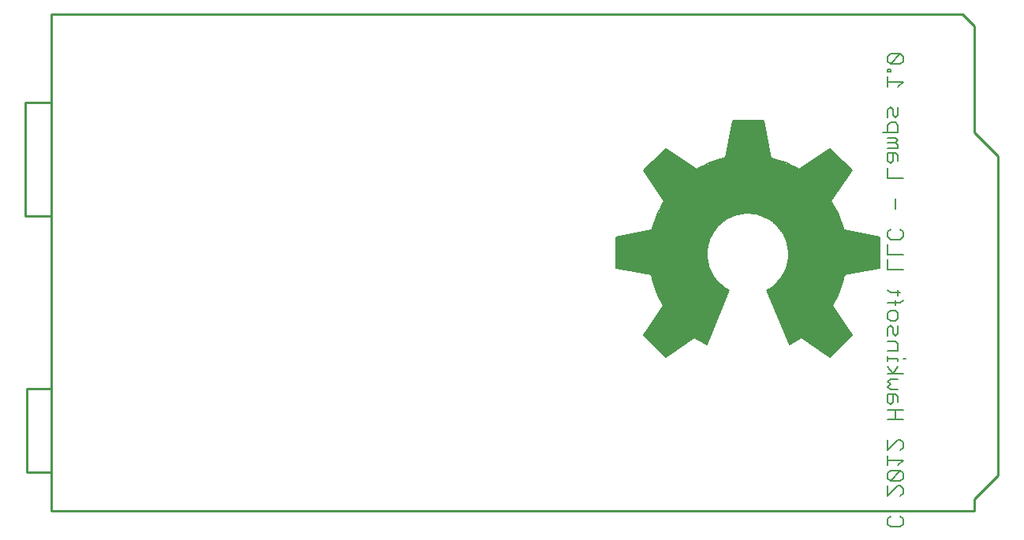
<source format=gbo>
G75*
G70*
%OFA0B0*%
%FSLAX24Y24*%
%IPPOS*%
%LPD*%
%AMOC8*
5,1,8,0,0,1.08239X$1,22.5*
%
%ADD10C,0.0060*%
%ADD11C,0.0100*%
%ADD12C,0.0080*%
D10*
X030813Y019930D02*
X032283Y019660D01*
X032803Y018290D01*
X031983Y017080D01*
X032873Y016190D01*
X034093Y017040D01*
X034603Y016720D01*
X035523Y018960D01*
X034953Y019380D01*
X034573Y020210D01*
X034653Y021110D01*
X035243Y021930D01*
X035253Y021920D01*
X036043Y022270D01*
X036643Y022280D01*
X036643Y022260D01*
X037433Y021910D01*
X038003Y021190D01*
X038123Y020260D01*
X037793Y019450D01*
X037223Y018950D01*
X038133Y016730D01*
X038643Y017020D01*
X039833Y016190D01*
X040713Y017090D01*
X039893Y018320D01*
X040463Y019670D01*
X041913Y019940D01*
X041893Y021210D01*
X040413Y021490D01*
X039833Y022800D01*
X040713Y024050D01*
X039833Y024930D01*
X038543Y024060D01*
X037283Y024570D01*
X036993Y026120D01*
X035703Y026110D01*
X035423Y024590D01*
X034183Y024060D01*
X032873Y024930D01*
X031983Y024040D01*
X032863Y022740D01*
X032343Y021620D01*
X032303Y021470D01*
X030823Y021200D01*
X030813Y019930D01*
X030814Y019972D02*
X034682Y019972D01*
X034656Y020030D02*
X030814Y020030D01*
X030815Y020089D02*
X034629Y020089D01*
X034602Y020147D02*
X030815Y020147D01*
X030816Y020206D02*
X034575Y020206D01*
X034578Y020264D02*
X030816Y020264D01*
X030816Y020323D02*
X034583Y020323D01*
X034589Y020381D02*
X030817Y020381D01*
X030817Y020440D02*
X034594Y020440D01*
X034599Y020498D02*
X030818Y020498D01*
X030818Y020557D02*
X034604Y020557D01*
X034609Y020615D02*
X030819Y020615D01*
X030819Y020674D02*
X034615Y020674D01*
X034620Y020732D02*
X030820Y020732D01*
X030820Y020791D02*
X034625Y020791D01*
X034630Y020849D02*
X030821Y020849D01*
X030821Y020908D02*
X034635Y020908D01*
X034641Y020966D02*
X030821Y020966D01*
X030822Y021025D02*
X034646Y021025D01*
X034651Y021083D02*
X030822Y021083D01*
X030823Y021142D02*
X034676Y021142D01*
X034718Y021200D02*
X030824Y021200D01*
X031144Y021259D02*
X034760Y021259D01*
X034802Y021317D02*
X031465Y021317D01*
X031786Y021376D02*
X034844Y021376D01*
X034887Y021434D02*
X032106Y021434D01*
X032309Y021493D02*
X034929Y021493D01*
X034971Y021551D02*
X032325Y021551D01*
X032341Y021610D02*
X035013Y021610D01*
X035055Y021668D02*
X032366Y021668D01*
X032393Y021727D02*
X035097Y021727D01*
X035139Y021785D02*
X032420Y021785D01*
X032447Y021844D02*
X035181Y021844D01*
X035223Y021902D02*
X032474Y021902D01*
X032501Y021961D02*
X035345Y021961D01*
X035477Y022019D02*
X032529Y022019D01*
X032556Y022078D02*
X035609Y022078D01*
X035741Y022136D02*
X032583Y022136D01*
X032610Y022195D02*
X035873Y022195D01*
X036005Y022253D02*
X032637Y022253D01*
X032664Y022312D02*
X040050Y022312D01*
X040024Y022370D02*
X032692Y022370D01*
X032719Y022429D02*
X039998Y022429D01*
X039972Y022487D02*
X032746Y022487D01*
X032773Y022546D02*
X039946Y022546D01*
X039920Y022604D02*
X032800Y022604D01*
X032827Y022663D02*
X039894Y022663D01*
X039868Y022721D02*
X032855Y022721D01*
X032837Y022780D02*
X039842Y022780D01*
X039860Y022838D02*
X032797Y022838D01*
X032757Y022897D02*
X039901Y022897D01*
X039943Y022955D02*
X032718Y022955D01*
X032678Y023014D02*
X039984Y023014D01*
X040025Y023072D02*
X032639Y023072D01*
X032599Y023131D02*
X040066Y023131D01*
X040107Y023189D02*
X032559Y023189D01*
X032520Y023248D02*
X040148Y023248D01*
X040190Y023306D02*
X032480Y023306D01*
X032441Y023365D02*
X040231Y023365D01*
X040272Y023423D02*
X032401Y023423D01*
X032361Y023482D02*
X040313Y023482D01*
X040354Y023540D02*
X032322Y023540D01*
X032282Y023599D02*
X040396Y023599D01*
X040437Y023657D02*
X032243Y023657D01*
X032203Y023716D02*
X040478Y023716D01*
X040519Y023774D02*
X032163Y023774D01*
X032124Y023833D02*
X040560Y023833D01*
X040601Y023891D02*
X032084Y023891D01*
X032045Y023950D02*
X040643Y023950D01*
X040684Y024008D02*
X032005Y024008D01*
X032010Y024067D02*
X034173Y024067D01*
X034199Y024067D02*
X038527Y024067D01*
X038553Y024067D02*
X040697Y024067D01*
X040638Y024125D02*
X038640Y024125D01*
X038727Y024184D02*
X040580Y024184D01*
X040521Y024242D02*
X038813Y024242D01*
X038900Y024301D02*
X040463Y024301D01*
X040404Y024359D02*
X038987Y024359D01*
X039074Y024418D02*
X040346Y024418D01*
X040287Y024476D02*
X039160Y024476D01*
X039247Y024535D02*
X040229Y024535D01*
X040170Y024593D02*
X039334Y024593D01*
X039421Y024652D02*
X040112Y024652D01*
X040053Y024710D02*
X039507Y024710D01*
X039594Y024769D02*
X039995Y024769D01*
X039936Y024827D02*
X039681Y024827D01*
X039767Y024886D02*
X039878Y024886D01*
X038383Y024125D02*
X034336Y024125D01*
X034472Y024184D02*
X038238Y024184D01*
X038093Y024242D02*
X034609Y024242D01*
X034746Y024301D02*
X037949Y024301D01*
X037804Y024359D02*
X034883Y024359D01*
X035020Y024418D02*
X037660Y024418D01*
X037515Y024476D02*
X035157Y024476D01*
X035294Y024535D02*
X037371Y024535D01*
X037279Y024593D02*
X035424Y024593D01*
X035435Y024652D02*
X037268Y024652D01*
X037257Y024710D02*
X035445Y024710D01*
X035456Y024769D02*
X037246Y024769D01*
X037235Y024827D02*
X035467Y024827D01*
X035478Y024886D02*
X037224Y024886D01*
X037213Y024944D02*
X035489Y024944D01*
X035499Y025003D02*
X037202Y025003D01*
X037191Y025061D02*
X035510Y025061D01*
X035521Y025120D02*
X037181Y025120D01*
X037170Y025178D02*
X035532Y025178D01*
X035542Y025237D02*
X037159Y025237D01*
X037148Y025295D02*
X035553Y025295D01*
X035564Y025354D02*
X037137Y025354D01*
X037126Y025412D02*
X035575Y025412D01*
X035586Y025471D02*
X037115Y025471D01*
X037104Y025529D02*
X035596Y025529D01*
X035607Y025588D02*
X037093Y025588D01*
X037082Y025646D02*
X035618Y025646D01*
X035629Y025705D02*
X037071Y025705D01*
X037060Y025763D02*
X035639Y025763D01*
X035650Y025822D02*
X037049Y025822D01*
X037038Y025880D02*
X035661Y025880D01*
X035672Y025939D02*
X037027Y025939D01*
X037016Y025997D02*
X035683Y025997D01*
X035693Y026056D02*
X037005Y026056D01*
X036994Y026114D02*
X036232Y026114D01*
X034085Y024125D02*
X032068Y024125D01*
X032127Y024184D02*
X033997Y024184D01*
X033909Y024242D02*
X032185Y024242D01*
X032244Y024301D02*
X033821Y024301D01*
X033733Y024359D02*
X032302Y024359D01*
X032361Y024418D02*
X033645Y024418D01*
X033557Y024476D02*
X032419Y024476D01*
X032478Y024535D02*
X033469Y024535D01*
X033381Y024593D02*
X032536Y024593D01*
X032595Y024652D02*
X033293Y024652D01*
X033204Y024710D02*
X032653Y024710D01*
X032712Y024769D02*
X033116Y024769D01*
X033028Y024827D02*
X032770Y024827D01*
X032829Y024886D02*
X032940Y024886D01*
X036659Y022253D02*
X040075Y022253D01*
X040101Y022195D02*
X036791Y022195D01*
X036923Y022136D02*
X040127Y022136D01*
X040153Y022078D02*
X037055Y022078D01*
X037187Y022019D02*
X040179Y022019D01*
X040205Y021961D02*
X037319Y021961D01*
X037440Y021902D02*
X040231Y021902D01*
X040257Y021844D02*
X037486Y021844D01*
X037532Y021785D02*
X040283Y021785D01*
X040309Y021727D02*
X037579Y021727D01*
X037625Y021668D02*
X040334Y021668D01*
X040360Y021610D02*
X037671Y021610D01*
X037717Y021551D02*
X040386Y021551D01*
X040412Y021493D02*
X037764Y021493D01*
X037810Y021434D02*
X040709Y021434D01*
X041018Y021376D02*
X037856Y021376D01*
X037903Y021317D02*
X041327Y021317D01*
X041637Y021259D02*
X037949Y021259D01*
X037995Y021200D02*
X041893Y021200D01*
X041894Y021142D02*
X038010Y021142D01*
X038017Y021083D02*
X041895Y021083D01*
X041896Y021025D02*
X038025Y021025D01*
X038032Y020966D02*
X041897Y020966D01*
X041898Y020908D02*
X038040Y020908D01*
X038047Y020849D02*
X041899Y020849D01*
X041900Y020791D02*
X038055Y020791D01*
X038062Y020732D02*
X041901Y020732D01*
X041902Y020674D02*
X038070Y020674D01*
X038078Y020615D02*
X041903Y020615D01*
X041904Y020557D02*
X038085Y020557D01*
X038093Y020498D02*
X041905Y020498D01*
X041905Y020440D02*
X038100Y020440D01*
X038108Y020381D02*
X041906Y020381D01*
X041907Y020323D02*
X038115Y020323D01*
X038123Y020264D02*
X041908Y020264D01*
X041909Y020206D02*
X038101Y020206D01*
X038077Y020147D02*
X041910Y020147D01*
X041911Y020089D02*
X038053Y020089D01*
X038030Y020030D02*
X041912Y020030D01*
X041913Y019972D02*
X038006Y019972D01*
X037982Y019913D02*
X041769Y019913D01*
X041455Y019855D02*
X037958Y019855D01*
X037934Y019796D02*
X041140Y019796D01*
X040826Y019738D02*
X037910Y019738D01*
X037887Y019679D02*
X040512Y019679D01*
X040442Y019621D02*
X037863Y019621D01*
X037839Y019562D02*
X040418Y019562D01*
X040393Y019504D02*
X037815Y019504D01*
X037788Y019445D02*
X040368Y019445D01*
X040344Y019387D02*
X037721Y019387D01*
X037654Y019328D02*
X040319Y019328D01*
X040294Y019270D02*
X037588Y019270D01*
X037521Y019211D02*
X040270Y019211D01*
X040245Y019153D02*
X037454Y019153D01*
X037388Y019094D02*
X040220Y019094D01*
X040195Y019036D02*
X037321Y019036D01*
X037254Y018977D02*
X040171Y018977D01*
X040146Y018919D02*
X037236Y018919D01*
X037260Y018860D02*
X040121Y018860D01*
X040097Y018802D02*
X037284Y018802D01*
X037308Y018743D02*
X040072Y018743D01*
X040047Y018685D02*
X037332Y018685D01*
X037356Y018626D02*
X040023Y018626D01*
X039998Y018568D02*
X037380Y018568D01*
X037404Y018509D02*
X039973Y018509D01*
X039948Y018451D02*
X037428Y018451D01*
X037452Y018392D02*
X039924Y018392D01*
X039899Y018334D02*
X037476Y018334D01*
X037500Y018275D02*
X039923Y018275D01*
X039962Y018217D02*
X037524Y018217D01*
X037548Y018158D02*
X040001Y018158D01*
X040040Y018100D02*
X037572Y018100D01*
X037596Y018041D02*
X040079Y018041D01*
X040118Y017983D02*
X037620Y017983D01*
X037644Y017924D02*
X040157Y017924D01*
X040196Y017866D02*
X037668Y017866D01*
X037692Y017807D02*
X040235Y017807D01*
X040274Y017749D02*
X037716Y017749D01*
X037740Y017690D02*
X040313Y017690D01*
X040352Y017632D02*
X037764Y017632D01*
X037788Y017573D02*
X040391Y017573D01*
X040430Y017515D02*
X037812Y017515D01*
X037836Y017456D02*
X040469Y017456D01*
X040508Y017398D02*
X037860Y017398D01*
X037884Y017339D02*
X040547Y017339D01*
X040586Y017281D02*
X037908Y017281D01*
X037932Y017222D02*
X040625Y017222D01*
X040664Y017164D02*
X037956Y017164D01*
X037980Y017105D02*
X040703Y017105D01*
X040671Y017047D02*
X038004Y017047D01*
X038028Y016988D02*
X038587Y016988D01*
X038689Y016988D02*
X040614Y016988D01*
X040556Y016930D02*
X038773Y016930D01*
X038857Y016871D02*
X040499Y016871D01*
X040442Y016813D02*
X038941Y016813D01*
X039025Y016754D02*
X040385Y016754D01*
X040328Y016696D02*
X039109Y016696D01*
X039192Y016637D02*
X040270Y016637D01*
X040213Y016579D02*
X039276Y016579D01*
X039360Y016520D02*
X040156Y016520D01*
X040099Y016462D02*
X039444Y016462D01*
X039528Y016403D02*
X040042Y016403D01*
X039984Y016345D02*
X039612Y016345D01*
X039696Y016286D02*
X039927Y016286D01*
X039870Y016228D02*
X039779Y016228D01*
X038484Y016930D02*
X038052Y016930D01*
X038076Y016871D02*
X038381Y016871D01*
X038279Y016813D02*
X038099Y016813D01*
X038123Y016754D02*
X038176Y016754D01*
X035266Y018334D02*
X032787Y018334D01*
X032793Y018275D02*
X035242Y018275D01*
X035218Y018217D02*
X032754Y018217D01*
X032714Y018158D02*
X035194Y018158D01*
X035170Y018100D02*
X032674Y018100D01*
X032635Y018041D02*
X035146Y018041D01*
X035122Y017983D02*
X032595Y017983D01*
X032555Y017924D02*
X035098Y017924D01*
X035074Y017866D02*
X032516Y017866D01*
X032476Y017807D02*
X035050Y017807D01*
X035026Y017749D02*
X032436Y017749D01*
X032397Y017690D02*
X035002Y017690D01*
X034978Y017632D02*
X032357Y017632D01*
X032317Y017573D02*
X034954Y017573D01*
X034930Y017515D02*
X032278Y017515D01*
X032238Y017456D02*
X034906Y017456D01*
X034882Y017398D02*
X032199Y017398D01*
X032159Y017339D02*
X034858Y017339D01*
X034834Y017281D02*
X032119Y017281D01*
X032080Y017222D02*
X034810Y017222D01*
X034786Y017164D02*
X032040Y017164D01*
X032000Y017105D02*
X034761Y017105D01*
X034737Y017047D02*
X032017Y017047D01*
X032075Y016988D02*
X034019Y016988D01*
X033935Y016930D02*
X032134Y016930D01*
X032192Y016871D02*
X033851Y016871D01*
X033767Y016813D02*
X032251Y016813D01*
X032309Y016754D02*
X033683Y016754D01*
X033599Y016696D02*
X032368Y016696D01*
X032426Y016637D02*
X033515Y016637D01*
X033431Y016579D02*
X032485Y016579D01*
X032543Y016520D02*
X033347Y016520D01*
X033263Y016462D02*
X032602Y016462D01*
X032660Y016403D02*
X033179Y016403D01*
X033095Y016345D02*
X032719Y016345D01*
X032777Y016286D02*
X033011Y016286D01*
X032927Y016228D02*
X032836Y016228D01*
X034176Y016988D02*
X034713Y016988D01*
X034689Y016930D02*
X034269Y016930D01*
X034363Y016871D02*
X034665Y016871D01*
X034641Y016813D02*
X034456Y016813D01*
X034549Y016754D02*
X034617Y016754D01*
X035290Y018392D02*
X032765Y018392D01*
X032742Y018451D02*
X035314Y018451D01*
X035338Y018509D02*
X032720Y018509D01*
X032698Y018568D02*
X035362Y018568D01*
X035386Y018626D02*
X032676Y018626D01*
X032654Y018685D02*
X035410Y018685D01*
X035434Y018743D02*
X032631Y018743D01*
X032609Y018802D02*
X035458Y018802D01*
X035482Y018860D02*
X032587Y018860D01*
X032565Y018919D02*
X035506Y018919D01*
X035500Y018977D02*
X032543Y018977D01*
X032520Y019036D02*
X035421Y019036D01*
X035341Y019094D02*
X032498Y019094D01*
X032476Y019153D02*
X035262Y019153D01*
X035183Y019211D02*
X032454Y019211D01*
X032432Y019270D02*
X035103Y019270D01*
X035024Y019328D02*
X032409Y019328D01*
X032387Y019387D02*
X034950Y019387D01*
X034924Y019445D02*
X032365Y019445D01*
X032343Y019504D02*
X034897Y019504D01*
X034870Y019562D02*
X032321Y019562D01*
X032298Y019621D02*
X034843Y019621D01*
X034816Y019679D02*
X032180Y019679D01*
X031861Y019738D02*
X034790Y019738D01*
X034763Y019796D02*
X031543Y019796D01*
X031224Y019855D02*
X034736Y019855D01*
X034709Y019913D02*
X030906Y019913D01*
X042263Y019834D02*
X042263Y020261D01*
X042263Y020479D02*
X042263Y020906D01*
X042370Y021123D02*
X042263Y021230D01*
X042263Y021443D01*
X042370Y021550D01*
X042797Y021550D02*
X042904Y021443D01*
X042904Y021230D01*
X042797Y021123D01*
X042370Y021123D01*
X042263Y020479D02*
X042904Y020479D01*
X042904Y019834D02*
X042263Y019834D01*
X042263Y018973D02*
X042370Y018866D01*
X042797Y018866D01*
X042690Y018760D02*
X042690Y018973D01*
X042584Y018544D02*
X042584Y018330D01*
X042584Y018113D02*
X042370Y018113D01*
X042263Y018006D01*
X042263Y017792D01*
X042370Y017685D01*
X042584Y017685D01*
X042690Y017792D01*
X042690Y018006D01*
X042584Y018113D01*
X042797Y018437D02*
X042263Y018437D01*
X042797Y018437D02*
X042904Y018544D01*
X042690Y017468D02*
X042690Y017148D01*
X042584Y017041D01*
X042477Y017148D01*
X042477Y017361D01*
X042370Y017468D01*
X042263Y017361D01*
X042263Y017041D01*
X042263Y016823D02*
X042584Y016823D01*
X042690Y016717D01*
X042690Y016396D01*
X042263Y016396D01*
X042263Y016180D02*
X042263Y015967D01*
X042263Y016073D02*
X042690Y016073D01*
X042690Y015967D01*
X042690Y015750D02*
X042477Y015430D01*
X042263Y015750D01*
X042263Y015430D02*
X042904Y015430D01*
X042690Y015212D02*
X042370Y015212D01*
X042263Y015105D01*
X042370Y014999D01*
X042263Y014892D01*
X042370Y014785D01*
X042690Y014785D01*
X042584Y014568D02*
X042263Y014568D01*
X042263Y014247D01*
X042370Y014140D01*
X042477Y014247D01*
X042477Y014568D01*
X042584Y014568D02*
X042690Y014461D01*
X042690Y014247D01*
X042584Y013923D02*
X042584Y013496D01*
X042904Y013496D02*
X042263Y013496D01*
X042263Y013923D02*
X042904Y013923D01*
X042797Y012634D02*
X042904Y012527D01*
X042904Y012314D01*
X042797Y012207D01*
X042690Y012634D02*
X042263Y012207D01*
X042263Y012634D01*
X042690Y012634D02*
X042797Y012634D01*
X042263Y011989D02*
X042263Y011562D01*
X042263Y011776D02*
X042904Y011776D01*
X042690Y011562D01*
X042797Y011345D02*
X042370Y011345D01*
X042263Y011238D01*
X042263Y011024D01*
X042370Y010918D01*
X042797Y011345D01*
X042904Y011238D01*
X042904Y011024D01*
X042797Y010918D01*
X042370Y010918D01*
X042263Y010700D02*
X042263Y010273D01*
X042690Y010700D01*
X042797Y010700D01*
X042904Y010593D01*
X042904Y010380D01*
X042797Y010273D01*
X042797Y009411D02*
X042904Y009304D01*
X042904Y009091D01*
X042797Y008984D01*
X042370Y008984D01*
X042263Y009091D01*
X042263Y009304D01*
X042370Y009411D01*
X042904Y016073D02*
X043011Y016073D01*
X042584Y022412D02*
X042584Y022839D01*
X042904Y023701D02*
X042263Y023701D01*
X042263Y024128D01*
X042370Y024346D02*
X042477Y024453D01*
X042477Y024773D01*
X042584Y024773D02*
X042263Y024773D01*
X042263Y024453D01*
X042370Y024346D01*
X042690Y024453D02*
X042690Y024666D01*
X042584Y024773D01*
X042690Y024990D02*
X042263Y024990D01*
X042263Y025204D02*
X042584Y025204D01*
X042690Y025311D01*
X042584Y025417D01*
X042263Y025417D01*
X042263Y025635D02*
X042263Y025955D01*
X042370Y026062D01*
X042584Y026062D01*
X042690Y025955D01*
X042690Y025635D01*
X042050Y025635D01*
X042263Y026279D02*
X042263Y026600D01*
X042370Y026707D01*
X042477Y026600D01*
X042477Y026386D01*
X042584Y026279D01*
X042690Y026386D01*
X042690Y026707D01*
X042690Y027569D02*
X042904Y027782D01*
X042263Y027782D01*
X042263Y027569D02*
X042263Y027996D01*
X042263Y028213D02*
X042263Y028320D01*
X042370Y028320D01*
X042370Y028213D01*
X042263Y028213D01*
X042370Y028535D02*
X042797Y028962D01*
X042370Y028962D01*
X042263Y028856D01*
X042263Y028642D01*
X042370Y028535D01*
X042797Y028535D01*
X042904Y028642D01*
X042904Y028856D01*
X042797Y028962D01*
X042584Y025204D02*
X042690Y025097D01*
X042690Y024990D01*
D11*
X045933Y009650D02*
X006933Y009650D01*
X006933Y022107D01*
X005831Y022107D01*
X005831Y026910D01*
X006933Y026910D01*
X006933Y030650D01*
X045433Y030650D01*
X045933Y030150D01*
X045933Y025650D01*
X046933Y024650D01*
X046933Y011150D01*
X045933Y010150D01*
X045933Y009650D01*
X006894Y011280D02*
X005878Y011280D01*
X005878Y014823D01*
X006894Y014823D01*
X006933Y022107D02*
X006933Y026910D01*
D12*
X030783Y021220D02*
X030783Y019910D01*
X032273Y019630D01*
X032793Y018320D02*
X031953Y017080D01*
X032873Y016160D01*
X034083Y016990D01*
X034603Y016690D01*
X035553Y018970D01*
X037163Y018970D02*
X038113Y016680D01*
X038633Y016980D01*
X039833Y016160D01*
X040753Y017080D01*
X039913Y018320D01*
X040433Y019630D02*
X041923Y019910D01*
X041923Y021220D01*
X040403Y021500D01*
X039863Y022740D02*
X040753Y024040D01*
X039833Y024960D01*
X038523Y024070D01*
X037303Y024560D02*
X037003Y026140D01*
X035703Y026140D01*
X035413Y024570D01*
X034193Y024070D02*
X032873Y024960D01*
X031953Y024040D01*
X032833Y022750D01*
X032293Y021500D02*
X030783Y021220D01*
X032293Y021500D02*
X032344Y021689D01*
X032404Y021875D01*
X032473Y022057D01*
X032551Y022237D01*
X032637Y022412D01*
X032731Y022584D01*
X032833Y022750D01*
X034194Y024070D02*
X034357Y024165D01*
X034525Y024252D01*
X034697Y024331D01*
X034872Y024403D01*
X035050Y024467D01*
X035231Y024522D01*
X035414Y024570D01*
X035554Y018960D02*
X035480Y019001D01*
X035407Y019045D01*
X035338Y019093D01*
X035270Y019144D01*
X035205Y019198D01*
X035143Y019255D01*
X035084Y019316D01*
X035028Y019379D01*
X034975Y019444D01*
X034925Y019513D01*
X034878Y019583D01*
X034835Y019656D01*
X034796Y019731D01*
X034760Y019808D01*
X034728Y019886D01*
X034700Y019966D01*
X034676Y020047D01*
X034656Y020129D01*
X034640Y020212D01*
X034628Y020295D01*
X034620Y020379D01*
X034616Y020464D01*
X034617Y020548D01*
X034621Y020633D01*
X034630Y020717D01*
X034642Y020801D01*
X034659Y020883D01*
X034680Y020965D01*
X034704Y021046D01*
X034733Y021126D01*
X034765Y021204D01*
X034802Y021280D01*
X034841Y021355D01*
X034885Y021427D01*
X034932Y021498D01*
X034982Y021565D01*
X035036Y021631D01*
X035092Y021694D01*
X035152Y021753D01*
X035215Y021810D01*
X035280Y021864D01*
X035348Y021914D01*
X035418Y021962D01*
X035490Y022005D01*
X035565Y022045D01*
X035641Y022082D01*
X035719Y022114D01*
X035798Y022143D01*
X035879Y022168D01*
X035961Y022189D01*
X036044Y022206D01*
X036127Y022219D01*
X036212Y022228D01*
X036296Y022232D01*
X036381Y022233D01*
X036465Y022229D01*
X036549Y022221D01*
X036633Y022210D01*
X036716Y022194D01*
X036798Y022174D01*
X036879Y022150D01*
X036959Y022122D01*
X037037Y022090D01*
X037114Y022055D01*
X037189Y022016D01*
X037262Y021973D01*
X037333Y021927D01*
X037401Y021877D01*
X037467Y021824D01*
X037530Y021768D01*
X037591Y021709D01*
X037648Y021647D01*
X037702Y021582D01*
X037754Y021515D01*
X037801Y021445D01*
X037846Y021373D01*
X037887Y021299D01*
X037924Y021223D01*
X037957Y021146D01*
X037987Y021067D01*
X038012Y020986D01*
X038034Y020904D01*
X038052Y020822D01*
X038066Y020738D01*
X038075Y020654D01*
X038081Y020570D01*
X038082Y020485D01*
X038079Y020401D01*
X038072Y020317D01*
X038061Y020233D01*
X038046Y020150D01*
X038027Y020067D01*
X038004Y019986D01*
X037977Y019906D01*
X037946Y019827D01*
X037911Y019750D01*
X037873Y019675D01*
X037831Y019602D01*
X037785Y019530D01*
X037736Y019462D01*
X037684Y019395D01*
X037629Y019331D01*
X037570Y019270D01*
X037509Y019212D01*
X037445Y019157D01*
X037378Y019105D01*
X037309Y019057D01*
X037237Y019012D01*
X037163Y018970D01*
X038523Y024070D02*
X038359Y024163D01*
X038191Y024249D01*
X038020Y024327D01*
X037845Y024397D01*
X037667Y024459D01*
X037486Y024514D01*
X037303Y024560D01*
X032273Y019630D02*
X032320Y019433D01*
X032376Y019239D01*
X032442Y019047D01*
X032516Y018859D01*
X032600Y018675D01*
X032692Y018495D01*
X032793Y018320D01*
X039913Y018320D02*
X040014Y018495D01*
X040106Y018675D01*
X040190Y018859D01*
X040265Y019047D01*
X040330Y019239D01*
X040386Y019433D01*
X040433Y019630D01*
X040403Y021500D02*
X040352Y021687D01*
X040291Y021872D01*
X040222Y022053D01*
X040145Y022231D01*
X040059Y022405D01*
X039965Y022575D01*
X039863Y022740D01*
M02*

</source>
